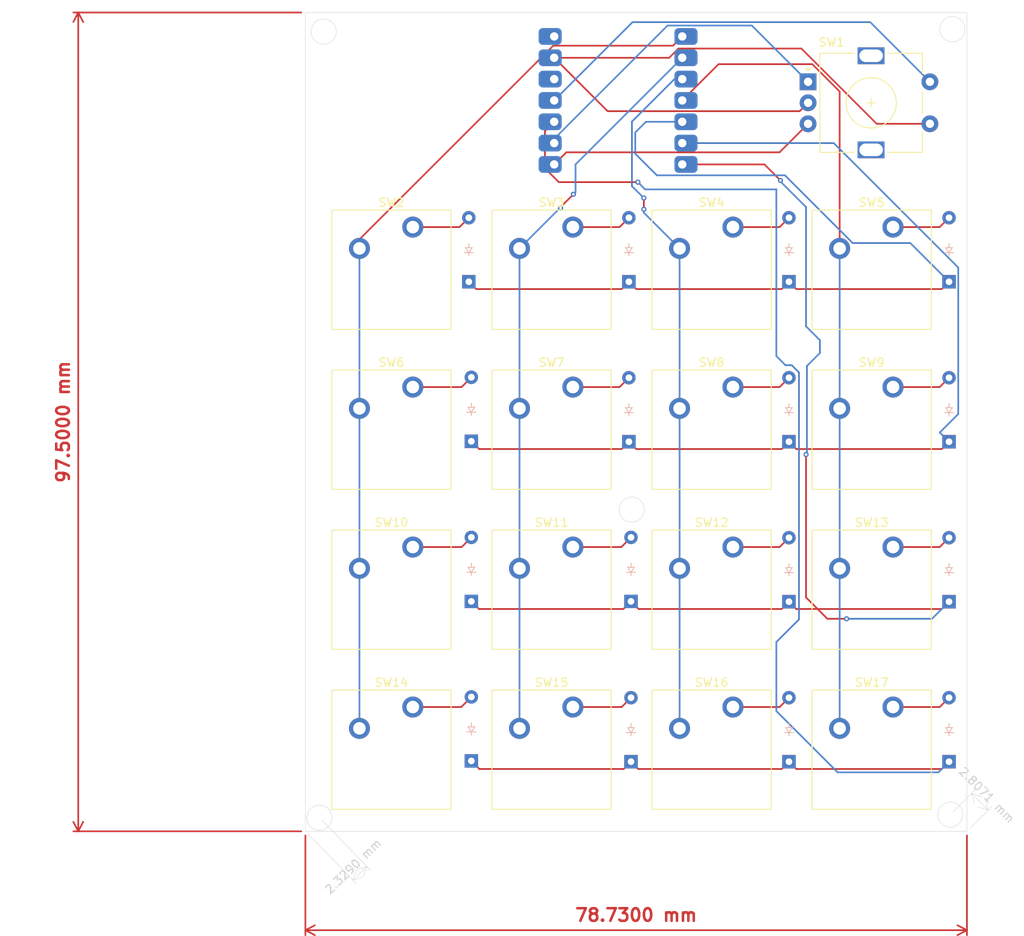
<source format=kicad_pcb>
(kicad_pcb (version 20240108) (generator "pcbnew") (generator_version "8.0")
  (layers (0 "F.Cu" signal) (31 "B.Cu" signal) (34 "B.Paste" user) (35 "F.Paste" user) (36 "B.SilkS" user "B.Silkscreen") (37 "F.SilkS" user "F.Silkscreen") (38 "B.Mask" user) (39 "F.Mask" user) (44 "Edge.Cuts" user))
  (net 0 "")
  (net 1 "Row 0")
  (net 2 "Net-(D1-A)")
  (net 3 "Net-(D2-A)")
  (net 4 "Net-(D3-A)")
  (net 5 "Net-(D4-A)")
  (net 6 "Row 1")
  (net 7 "Net-(D5-A)")
  (net 8 "Net-(D6-A)")
  (net 9 "Net-(D7-A)")
  (net 10 "Net-(D8-A)")
  (net 11 "Row 2")
  (net 12 "Net-(D9-A)")
  (net 13 "Net-(D10-A)")
  (net 14 "Net-(D11-A)")
  (net 15 "Net-(D12-A)")
  (net 16 "Net-(D13-A)")
  (net 17 "Row 3")
  (net 18 "Net-(D14-A)")
  (net 19 "Net-(D15-A)")
  (net 20 "Net-(D16-A)")
  (net 21 "Col 3")
  (net 22 "Col 1")
  (net 23 "Col 0")
  (net 24 "3V3")
  (net 25 "5V")
  (net 26 "GND")
  (net 27 "Col 2")
  (net 28 "Net-(U1-PB09_A7_D7_RX)")
  (net 29 "Net-(U1-PA6_A10_D10_MOSI)")
  (net 30 "Net-(U1-PA7_A8_D8_SCK)")
  (footprint "Rotary_Encoder:RotaryEncoder_Alps_EC11E-Switch_Vertical_H20mm" (layer "F.Cu") (at 116.575 75.25)
    (property "Reference" "SW1" (at 2.8 -4.7 0) (layer "F.SilkS"))
    (property "Value" "RotaryEncoder_Switch")
    (pad "A" thru_hole rect (at 0 0) (size 2 2) (drill 1) (layers "*.Cu" "*.Mask") (net 30 "Net-(U1-PA7_A8_D8_SCK)"))
    (pad "B" thru_hole circle (at 0 5) (size 2 2) (drill 1) (layers "*.Cu" "*.Mask") (net 28 "Net-(U1-PB09_A7_D7_RX)"))
    (pad "C" thru_hole circle (at 0 2.5) (size 2 2) (drill 1) (layers "*.Cu" "*.Mask") (net 26 "GND"))
    (pad "MP" thru_hole rect (at 7.5 -3.1) (size 3.2 2) (drill oval 2.8 1.5) (layers "*.Cu" "*.Mask"))
    (pad "MP" thru_hole rect (at 7.5 8.1) (size 3.2 2) (drill oval 2.8 1.5) (layers "*.Cu" "*.Mask"))
    (pad "S1" thru_hole circle (at 14.5 5) (size 2 2) (drill 1) (layers "*.Cu" "*.Mask") (net 26 "GND"))
    (pad "S2" thru_hole circle (at 14.5 0) (size 2 2) (drill 1) (layers "*.Cu" "*.Mask") (net 29 "Net-(U1-PA6_A10_D10_MOSI)"))
  )
  (footprint "ScottoKeebs_MX:MX_PCB_1.00u" (layer "F.Cu") (at 86.0425 97.63125)
    (property "Reference" "SW3" (at 0 -8 0) (layer "F.SilkS"))
    (property "Value" "SW_Push_45deg")
    (pad "" np_thru_hole circle (at -5.08 0) (size 1.75 1.75) (drill 1.75) (layers "*.Cu" "*.Mask"))
    (pad "" np_thru_hole circle (at 0 0) (size 4 4) (drill 4) (layers "*.Cu" "*.Mask"))
    (pad "" np_thru_hole circle (at 5.08 0) (size 1.75 1.75) (drill 1.75) (layers "*.Cu" "*.Mask"))
    (pad "1" thru_hole circle (at -3.81 -2.54) (size 2.5 2.5) (drill 1.5) (layers "*.Cu" "*.Mask") (net 22 "Col 1"))
    (pad "2" thru_hole circle (at 2.54 -5.08) (size 2.5 2.5) (drill 1.5) (layers "*.Cu" "*.Mask") (net 3 "Net-(D2-A)"))
  )
  (footprint "ScottoKeebs_MX:MX_PCB_1.00u" (layer "F.Cu") (at 124.1425 116.68125)
    (property "Reference" "SW9" (at 0 -8 0) (layer "F.SilkS"))
    (property "Value" "SW_Push_45deg")
    (pad "" np_thru_hole circle (at -5.08 0) (size 1.75 1.75) (drill 1.75) (layers "*.Cu" "*.Mask"))
    (pad "" np_thru_hole circle (at 0 0) (size 4 4) (drill 4) (layers "*.Cu" "*.Mask"))
    (pad "" np_thru_hole circle (at 5.08 0) (size 1.75 1.75) (drill 1.75) (layers "*.Cu" "*.Mask"))
    (pad "1" thru_hole circle (at -3.81 -2.54) (size 2.5 2.5) (drill 1.5) (layers "*.Cu" "*.Mask") (net 21 "Col 3"))
    (pad "2" thru_hole circle (at 2.54 -5.08) (size 2.5 2.5) (drill 1.5) (layers "*.Cu" "*.Mask") (net 10 "Net-(D8-A)"))
  )
  (footprint "ScottoKeebs_MX:MX_PCB_1.00u" (layer "F.Cu") (at 86.0425 135.73125)
    (property "Reference" "SW11" (at 0 -8 0) (layer "F.SilkS"))
    (property "Value" "SW_Push_45deg")
    (pad "" np_thru_hole circle (at -5.08 0) (size 1.75 1.75) (drill 1.75) (layers "*.Cu" "*.Mask"))
    (pad "" np_thru_hole circle (at 0 0) (size 4 4) (drill 4) (layers "*.Cu" "*.Mask"))
    (pad "" np_thru_hole circle (at 5.08 0) (size 1.75 1.75) (drill 1.75) (layers "*.Cu" "*.Mask"))
    (pad "1" thru_hole circle (at -3.81 -2.54) (size 2.5 2.5) (drill 1.5) (layers "*.Cu" "*.Mask") (net 22 "Col 1"))
    (pad "2" thru_hole circle (at 2.54 -5.08) (size 2.5 2.5) (drill 1.5) (layers "*.Cu" "*.Mask") (net 13 "Net-(D10-A)"))
  )
  (footprint "ScottoKeebs_MX:MX_PCB_1.00u" (layer "F.Cu") (at 105.0925 135.73125)
    (property "Reference" "SW12" (at 0 -8 0) (layer "F.SilkS"))
    (property "Value" "SW_Push_45deg")
    (pad "" np_thru_hole circle (at -5.08 0) (size 1.75 1.75) (drill 1.75) (layers "*.Cu" "*.Mask"))
    (pad "" np_thru_hole circle (at 0 0) (size 4 4) (drill 4) (layers "*.Cu" "*.Mask"))
    (pad "" np_thru_hole circle (at 5.08 0) (size 1.75 1.75) (drill 1.75) (layers "*.Cu" "*.Mask"))
    (pad "1" thru_hole circle (at -3.81 -2.54) (size 2.5 2.5) (drill 1.5) (layers "*.Cu" "*.Mask") (net 27 "Col 2"))
    (pad "2" thru_hole circle (at 2.54 -5.08) (size 2.5 2.5) (drill 1.5) (layers "*.Cu" "*.Mask") (net 14 "Net-(D11-A)"))
  )
  (footprint "ScottoKeebs_MX:MX_PCB_1.00u" (layer "F.Cu") (at 86.0425 154.78125)
    (property "Reference" "SW15" (at 0 -8 0) (layer "F.SilkS"))
    (property "Value" "SW_Push_45deg")
    (pad "" np_thru_hole circle (at -5.08 0) (size 1.75 1.75) (drill 1.75) (layers "*.Cu" "*.Mask"))
    (pad "" np_thru_hole circle (at 0 0) (size 4 4) (drill 4) (layers "*.Cu" "*.Mask"))
    (pad "" np_thru_hole circle (at 5.08 0) (size 1.75 1.75) (drill 1.75) (layers "*.Cu" "*.Mask"))
    (pad "1" thru_hole circle (at -3.81 -2.54) (size 2.5 2.5) (drill 1.5) (layers "*.Cu" "*.Mask") (net 22 "Col 1"))
    (pad "2" thru_hole circle (at 2.54 -5.08) (size 2.5 2.5) (drill 1.5) (layers "*.Cu" "*.Mask") (net 18 "Net-(D14-A)"))
  )
  (footprint "ScottoKeebs_MX:MX_PCB_1.00u" (layer "F.Cu") (at 66.9925 97.63125)
    (property "Reference" "SW2" (at 0 -8 0) (layer "F.SilkS"))
    (property "Value" "SW_Push_45deg")
    (pad "" np_thru_hole circle (at -5.08 0) (size 1.75 1.75) (drill 1.75) (layers "*.Cu" "*.Mask"))
    (pad "" np_thru_hole circle (at 0 0) (size 4 4) (drill 4) (layers "*.Cu" "*.Mask"))
    (pad "" np_thru_hole circle (at 5.08 0) (size 1.75 1.75) (drill 1.75) (layers "*.Cu" "*.Mask"))
    (pad "1" thru_hole circle (at -3.81 -2.54) (size 2.5 2.5) (drill 1.5) (layers "*.Cu" "*.Mask") (net 23 "Col 0"))
    (pad "2" thru_hole circle (at 2.54 -5.08) (size 2.5 2.5) (drill 1.5) (layers "*.Cu" "*.Mask") (net 2 "Net-(D1-A)"))
  )
  (footprint "ScottoKeebs_MX:MX_PCB_1.00u" (layer "F.Cu") (at 86.0425 116.68125)
    (property "Reference" "SW7" (at 0 -8 0) (layer "F.SilkS"))
    (property "Value" "SW_Push_45deg")
    (pad "" np_thru_hole circle (at -5.08 0) (size 1.75 1.75) (drill 1.75) (layers "*.Cu" "*.Mask"))
    (pad "" np_thru_hole circle (at 0 0) (size 4 4) (drill 4) (layers "*.Cu" "*.Mask"))
    (pad "" np_thru_hole circle (at 5.08 0) (size 1.75 1.75) (drill 1.75) (layers "*.Cu" "*.Mask"))
    (pad "1" thru_hole circle (at -3.81 -2.54) (size 2.5 2.5) (drill 1.5) (layers "*.Cu" "*.Mask") (net 22 "Col 1"))
    (pad "2" thru_hole circle (at 2.54 -5.08) (size 2.5 2.5) (drill 1.5) (layers "*.Cu" "*.Mask") (net 8 "Net-(D6-A)"))
  )
  (footprint "ScottoKeebs_MX:MX_PCB_1.00u" (layer "F.Cu") (at 105.0925 97.63125)
    (property "Reference" "SW4" (at 0 -8 0) (layer "F.SilkS"))
    (property "Value" "SW_Push_45deg")
    (pad "" np_thru_hole circle (at -5.08 0) (size 1.75 1.75) (drill 1.75) (layers "*.Cu" "*.Mask"))
    (pad "" np_thru_hole circle (at 0 0) (size 4 4) (drill 4) (layers "*.Cu" "*.Mask"))
    (pad "" np_thru_hole circle (at 5.08 0) (size 1.75 1.75) (drill 1.75) (layers "*.Cu" "*.Mask"))
    (pad "1" thru_hole circle (at -3.81 -2.54) (size 2.5 2.5) (drill 1.5) (layers "*.Cu" "*.Mask") (net 27 "Col 2"))
    (pad "2" thru_hole circle (at 2.54 -5.08) (size 2.5 2.5) (drill 1.5) (layers "*.Cu" "*.Mask") (net 4 "Net-(D3-A)"))
  )
  (footprint "ScottoKeebs_MX:MX_PCB_1.00u" (layer "F.Cu") (at 66.9925 154.78125)
    (property "Reference" "SW14" (at 0 -8 0) (layer "F.SilkS"))
    (property "Value" "SW_Push_45deg")
    (pad "" np_thru_hole circle (at -5.08 0) (size 1.75 1.75) (drill 1.75) (layers "*.Cu" "*.Mask"))
    (pad "" np_thru_hole circle (at 0 0) (size 4 4) (drill 4) (layers "*.Cu" "*.Mask"))
    (pad "" np_thru_hole circle (at 5.08 0) (size 1.75 1.75) (drill 1.75) (layers "*.Cu" "*.Mask"))
    (pad "1" thru_hole circle (at -3.81 -2.54) (size 2.5 2.5) (drill 1.5) (layers "*.Cu" "*.Mask") (net 23 "Col 0"))
    (pad "2" thru_hole circle (at 2.54 -5.08) (size 2.5 2.5) (drill 1.5) (layers "*.Cu" "*.Mask") (net 16 "Net-(D13-A)"))
  )
  (footprint "ScottoKeebs_MX:MX_PCB_1.00u" (layer "F.Cu") (at 66.9925 116.68125)
    (property "Reference" "SW6" (at 0 -8 0) (layer "F.SilkS"))
    (property "Value" "SW_Push_45deg")
    (pad "" np_thru_hole circle (at -5.08 0) (size 1.75 1.75) (drill 1.75) (layers "*.Cu" "*.Mask"))
    (pad "" np_thru_hole circle (at 0 0) (size 4 4) (drill 4) (layers "*.Cu" "*.Mask"))
    (pad "" np_thru_hole circle (at 5.08 0) (size 1.75 1.75) (drill 1.75) (layers "*.Cu" "*.Mask"))
    (pad "1" thru_hole circle (at -3.81 -2.54) (size 2.5 2.5) (drill 1.5) (layers "*.Cu" "*.Mask") (net 23 "Col 0"))
    (pad "2" thru_hole circle (at 2.54 -5.08) (size 2.5 2.5) (drill 1.5) (layers "*.Cu" "*.Mask") (net 7 "Net-(D5-A)"))
  )
  (footprint "ScottoKeebs_MX:MX_PCB_1.00u" (layer "F.Cu") (at 124.1425 97.63125)
    (property "Reference" "SW5" (at 0 -8 0) (layer "F.SilkS"))
    (property "Value" "SW_Push_45deg")
    (pad "" np_thru_hole circle (at -5.08 0) (size 1.75 1.75) (drill 1.75) (layers "*.Cu" "*.Mask"))
    (pad "" np_thru_hole circle (at 0 0) (size 4 4) (drill 4) (layers "*.Cu" "*.Mask"))
    (pad "" np_thru_hole circle (at 5.08 0) (size 1.75 1.75) (drill 1.75) (layers "*.Cu" "*.Mask"))
    (pad "1" thru_hole circle (at -3.81 -2.54) (size 2.5 2.5) (drill 1.5) (layers "*.Cu" "*.Mask") (net 21 "Col 3"))
    (pad "2" thru_hole circle (at 2.54 -5.08) (size 2.5 2.5) (drill 1.5) (layers "*.Cu" "*.Mask") (net 5 "Net-(D4-A)"))
  )
  (footprint "ScottoKeebs_MX:MX_PCB_1.00u" (layer "F.Cu") (at 105.0925 154.78125)
    (property "Reference" "SW16" (at 0 -8 0) (layer "F.SilkS"))
    (property "Value" "SW_Push_45deg")
    (pad "" np_thru_hole circle (at -5.08 0) (size 1.75 1.75) (drill 1.75) (layers "*.Cu" "*.Mask"))
    (pad "" np_thru_hole circle (at 0 0) (size 4 4) (drill 4) (layers "*.Cu" "*.Mask"))
    (pad "" np_thru_hole circle (at 5.08 0) (size 1.75 1.75) (drill 1.75) (layers "*.Cu" "*.Mask"))
    (pad "1" thru_hole circle (at -3.81 -2.54) (size 2.5 2.5) (drill 1.5) (layers "*.Cu" "*.Mask") (net 27 "Col 2"))
    (pad "2" thru_hole circle (at 2.54 -5.08) (size 2.5 2.5) (drill 1.5) (layers "*.Cu" "*.Mask") (net 19 "Net-(D15-A)"))
  )
  (footprint "ScottoKeebs_MX:MX_PCB_1.00u" (layer "F.Cu") (at 124.1425 135.73125)
    (property "Reference" "SW13" (at 0 -8 0) (layer "F.SilkS"))
    (property "Value" "SW_Push_45deg")
    (pad "" np_thru_hole circle (at -5.08 0) (size 1.75 1.75) (drill 1.75) (layers "*.Cu" "*.Mask"))
    (pad "" np_thru_hole circle (at 0 0) (size 4 4) (drill 4) (layers "*.Cu" "*.Mask"))
    (pad "" np_thru_hole circle (at 5.08 0) (size 1.75 1.75) (drill 1.75) (layers "*.Cu" "*.Mask"))
    (pad "1" thru_hole circle (at -3.81 -2.54) (size 2.5 2.5) (drill 1.5) (layers "*.Cu" "*.Mask") (net 21 "Col 3"))
    (pad "2" thru_hole circle (at 2.54 -5.08) (size 2.5 2.5) (drill 1.5) (layers "*.Cu" "*.Mask") (net 15 "Net-(D12-A)"))
  )
  (footprint "ScottoKeebs_MX:MX_PCB_1.00u" (layer "F.Cu") (at 66.9925 135.73125)
    (property "Reference" "SW10" (at 0 -8 0) (layer "F.SilkS"))
    (property "Value" "SW_Push_45deg")
    (pad "" np_thru_hole circle (at -5.08 0) (size 1.75 1.75) (drill 1.75) (layers "*.Cu" "*.Mask"))
    (pad "" np_thru_hole circle (at 0 0) (size 4 4) (drill 4) (layers "*.Cu" "*.Mask"))
    (pad "" np_thru_hole circle (at 5.08 0) (size 1.75 1.75) (drill 1.75) (layers "*.Cu" "*.Mask"))
    (pad "1" thru_hole circle (at -3.81 -2.54) (size 2.5 2.5) (drill 1.5) (layers "*.Cu" "*.Mask") (net 23 "Col 0"))
    (pad "2" thru_hole circle (at 2.54 -5.08) (size 2.5 2.5) (drill 1.5) (layers "*.Cu" "*.Mask") (net 12 "Net-(D9-A)"))
  )
  (footprint "ScottoKeebs_MX:MX_PCB_1.00u" (layer "F.Cu") (at 124.1425 154.78125)
    (property "Reference" "SW17" (at 0 -8 0) (layer "F.SilkS"))
    (property "Value" "SW_Push_45deg")
    (pad "" np_thru_hole circle (at -5.08 0) (size 1.75 1.75) (drill 1.75) (layers "*.Cu" "*.Mask"))
    (pad "" np_thru_hole circle (at 0 0) (size 4 4) (drill 4) (layers "*.Cu" "*.Mask"))
    (pad "" np_thru_hole circle (at 5.08 0) (size 1.75 1.75) (drill 1.75) (layers "*.Cu" "*.Mask"))
    (pad "1" thru_hole circle (at -3.81 -2.54) (size 2.5 2.5) (drill 1.5) (layers "*.Cu" "*.Mask") (net 21 "Col 3"))
    (pad "2" thru_hole circle (at 2.54 -5.08) (size 2.5 2.5) (drill 1.5) (layers "*.Cu" "*.Mask") (net 20 "Net-(D16-A)"))
  )
  (footprint "ScottoKeebs_MX:MX_PCB_1.00u" (layer "F.Cu") (at 105.0925 116.68125)
    (property "Reference" "SW8" (at 0 -8 0) (layer "F.SilkS"))
    (property "Value" "SW_Push_45deg")
    (pad "" np_thru_hole circle (at -5.08 0) (size 1.75 1.75) (drill 1.75) (layers "*.Cu" "*.Mask"))
    (pad "" np_thru_hole circle (at 0 0) (size 4 4) (drill 4) (layers "*.Cu" "*.Mask"))
    (pad "" np_thru_hole circle (at 5.08 0) (size 1.75 1.75) (drill 1.75) (layers "*.Cu" "*.Mask"))
    (pad "1" thru_hole circle (at -3.81 -2.54) (size 2.5 2.5) (drill 1.5) (layers "*.Cu" "*.Mask") (net 27 "Col 2"))
    (pad "2" thru_hole circle (at 2.54 -5.08) (size 2.5 2.5) (drill 1.5) (layers "*.Cu" "*.Mask") (net 9 "Net-(D7-A)"))
  )
  (footprint "ScottoKeebs_Components:Diode_DO-35" (layer "B.Cu") (at 114.3 156.21 90)
    (property "Reference" "D15" (hide yes))
    (property "Value" "Diode" (hide yes))
    (pad "1" thru_hole rect (at 0 0 90) (size 1.6 1.6) (drill 0.8) (layers "*.Cu" "*.Mask") (net 17 "Row 3"))
    (pad "2" thru_hole oval (at 7.62 0 90) (size 1.6 1.6) (drill 0.8) (layers "*.Cu" "*.Mask") (net 19 "Net-(D15-A)"))
  )
  (footprint "ScottoKeebs_Components:Diode_DO-35" (layer "B.Cu") (at 76.2 99.06 90)
    (property "Reference" "D1" (hide yes))
    (property "Value" "Diode" (hide yes))
    (pad "1" thru_hole rect (at 0 0 90) (size 1.6 1.6) (drill 0.8) (layers "*.Cu" "*.Mask") (net 1 "Row 0"))
    (pad "2" thru_hole oval (at 7.62 0 90) (size 1.6 1.6) (drill 0.8) (layers "*.Cu" "*.Mask") (net 2 "Net-(D1-A)"))
  )
  (footprint "ScottoKeebs_Components:Diode_DO-35" (layer "B.Cu") (at 95.5 137.12 90)
    (property "Reference" "D10" (hide yes))
    (property "Value" "Diode" (hide yes))
    (pad "1" thru_hole rect (at 0 0 90) (size 1.6 1.6) (drill 0.8) (layers "*.Cu" "*.Mask") (net 11 "Row 2"))
    (pad "2" thru_hole oval (at 7.62 0 90) (size 1.6 1.6) (drill 0.8) (layers "*.Cu" "*.Mask") (net 13 "Net-(D10-A)"))
  )
  (footprint "ScottoKeebs_Components:Diode_DO-35" (layer "B.Cu") (at 114.3 99.06 90)
    (property "Reference" "D3" (hide yes))
    (property "Value" "Diode" (hide yes))
    (pad "1" thru_hole rect (at 0 0 90) (size 1.6 1.6) (drill 0.8) (layers "*.Cu" "*.Mask") (net 1 "Row 0"))
    (pad "2" thru_hole oval (at 7.62 0 90) (size 1.6 1.6) (drill 0.8) (layers "*.Cu" "*.Mask") (net 4 "Net-(D3-A)"))
  )
  (footprint "ScottoKeebs_Components:Diode_DO-35" (layer "B.Cu") (at 76.5 118.06 90)
    (property "Reference" "D5" (hide yes))
    (property "Value" "Diode" (hide yes))
    (pad "1" thru_hole rect (at 0 0 90) (size 1.6 1.6) (drill 0.8) (layers "*.Cu" "*.Mask") (net 6 "Row 1"))
    (pad "2" thru_hole oval (at 7.62 0 90) (size 1.6 1.6) (drill 0.8) (layers "*.Cu" "*.Mask") (net 7 "Net-(D5-A)"))
  )
  (footprint "ScottoKeebs_Components:Diode_DO-35" (layer "B.Cu") (at 133.35 118.11 90)
    (property "Reference" "D8" (hide yes))
    (property "Value" "Diode" (hide yes))
    (pad "1" thru_hole rect (at 0 0 90) (size 1.6 1.6) (drill 0.8) (layers "*.Cu" "*.Mask") (net 6 "Row 1"))
    (pad "2" thru_hole oval (at 7.62 0 90) (size 1.6 1.6) (drill 0.8) (layers "*.Cu" "*.Mask") (net 10 "Net-(D8-A)"))
  )
  (footprint "ScottoKeebs_Components:Diode_DO-35" (layer "B.Cu") (at 95.5 156.21 90)
    (property "Reference" "D14" (hide yes))
    (property "Value" "Diode" (hide yes))
    (pad "1" thru_hole rect (at 0 0 90) (size 1.6 1.6) (drill 0.8) (layers "*.Cu" "*.Mask") (net 17 "Row 3"))
    (pad "2" thru_hole oval (at 7.62 0 90) (size 1.6 1.6) (drill 0.8) (layers "*.Cu" "*.Mask") (net 18 "Net-(D14-A)"))
  )
  (footprint "ScottoKeebs_Components:Diode_DO-35" (layer "B.Cu") (at 133.35 156.21 90)
    (property "Reference" "D16" (hide yes))
    (property "Value" "Diode" (hide yes))
    (pad "1" thru_hole rect (at 0 0 90) (size 1.6 1.6) (drill 0.8) (layers "*.Cu" "*.Mask") (net 17 "Row 3"))
    (pad "2" thru_hole oval (at 7.62 0 90) (size 1.6 1.6) (drill 0.8) (layers "*.Cu" "*.Mask") (net 20 "Net-(D16-A)"))
  )
  (footprint "ScottoKeebs_Components:Diode_DO-35" (layer "B.Cu") (at 114.3 118.11 90)
    (property "Reference" "D7" (hide yes))
    (property "Value" "Diode" (hide yes))
    (pad "1" thru_hole rect (at 0 0 90) (size 1.6 1.6) (drill 0.8) (layers "*.Cu" "*.Mask") (net 6 "Row 1"))
    (pad "2" thru_hole oval (at 7.62 0 90) (size 1.6 1.6) (drill 0.8) (layers "*.Cu" "*.Mask") (net 9 "Net-(D7-A)"))
  )
  (footprint "ScottoKeebs_Components:Diode_DO-35" (layer "B.Cu") (at 76.5 137.12 90)
    (property "Reference" "D9" (hide yes))
    (property "Value" "Diode" (hide yes))
    (pad "1" thru_hole rect (at 0 0 90) (size 1.6 1.6) (drill 0.8) (layers "*.Cu" "*.Mask") (net 11 "Row 2"))
    (pad "2" thru_hole oval (at 7.62 0 90) (size 1.6 1.6) (drill 0.8) (layers "*.Cu" "*.Mask") (net 12 "Net-(D9-A)"))
  )
  (footprint "ScottoKeebs_Components:Diode_DO-35" (layer "B.Cu") (at 76.5 156.12 90)
    (property "Reference" "D13" (hide yes))
    (property "Value" "Diode" (hide yes))
    (pad "1" thru_hole rect (at 0 0 90) (size 1.6 1.6) (drill 0.8) (layers "*.Cu" "*.Mask") (net 17 "Row 3"))
    (pad "2" thru_hole oval (at 7.62 0 90) (size 1.6 1.6) (drill 0.8) (layers "*.Cu" "*.Mask") (net 16 "Net-(D13-A)"))
  )
  (footprint "ScottoKeebs_Components:Diode_DO-35" (layer "B.Cu") (at 114.3 137.16 90)
    (property "Reference" "D11" (hide yes))
    (property "Value" "Diode" (hide yes))
    (pad "1" thru_hole rect (at 0 0 90) (size 1.6 1.6) (drill 0.8) (layers "*.Cu" "*.Mask") (net 11 "Row 2"))
    (pad "2" thru_hole oval (at 7.62 0 90) (size 1.6 1.6) (drill 0.8) (layers "*.Cu" "*.Mask") (net 14 "Net-(D11-A)"))
  )
  (footprint "ScottoKeebs_Components:Diode_DO-35" (layer "B.Cu") (at 95.25 118.11 90)
    (property "Reference" "D6" (hide yes))
    (property "Value" "Diode" (hide yes))
    (pad "1" thru_hole rect (at 0 0 90) (size 1.6 1.6) (drill 0.8) (layers "*.Cu" "*.Mask") (net 6 "Row 1"))
    (pad "2" thru_hole oval (at 7.62 0 90) (size 1.6 1.6) (drill 0.8) (layers "*.Cu" "*.Mask") (net 8 "Net-(D6-A)"))
  )
  (footprint "ScottoKeebs_Components:Diode_DO-35" (layer "B.Cu") (at 133.35 99.06 90)
    (property "Reference" "D4" (hide yes))
    (property "Value" "Diode" (hide yes))
    (pad "1" thru_hole rect (at 0 0 90) (size 1.6 1.6) (drill 0.8) (layers "*.Cu" "*.Mask") (net 1 "Row 0"))
    (pad "2" thru_hole oval (at 7.62 0 90) (size 1.6 1.6) (drill 0.8) (layers "*.Cu" "*.Mask") (net 5 "Net-(D4-A)"))
  )
  (footprint "ScottoKeebs_MCU:Seeed_XIAO_RP2040" (layer "B.Cu") (at 93.98 77.47 180)
    (property "Reference" "U1" (hide yes))
    (property "Value" "MCU_Seeed_XIAO_RP2040")
    (pad "1" smd roundrect (at -8.065 7.62 180) (size 2.75 2) (layers "B.Cu" "B.Paste" "B.Mask") (net 23 "Col 0"))
    (pad "1" thru_hole rect (at -7.62 7.62 90) (size 1.6 1.6) (drill 1) (layers "*.Cu" "*.Mask") (net 23 "Col 0"))
    (pad "2" smd roundrect (at -8.065 5.08 180) (size 2.75 2) (layers "B.Cu" "B.Paste" "B.Mask") (net 22 "Col 1"))
    (pad "2" thru_hole circle (at -7.62 5.08 90) (size 1.6 1.6) (drill 1) (layers "*.Cu" "*.Mask") (net 22 "Col 1"))
    (pad "3" smd roundrect (at -8.065 2.54 180) (size 2.75 2) (layers "B.Cu" "B.Paste" "B.Mask") (net 27 "Col 2"))
    (pad "3" thru_hole circle (at -7.62 2.54 90) (size 1.6 1.6) (drill 1) (layers "*.Cu" "*.Mask") (net 27 "Col 2"))
    (pad "4" smd roundrect (at -8.065 0 180) (size 2.75 2) (layers "B.Cu" "B.Paste" "B.Mask") (net 21 "Col 3"))
    (pad "4" thru_hole circle (at -7.62 0 90) (size 1.6 1.6) (drill 1) (layers "*.Cu" "*.Mask") (net 21 "Col 3"))
    (pad "5" smd roundrect (at -8.065 -2.54 180) (size 2.75 2) (layers "B.Cu" "B.Paste" "B.Mask") (net 1 "Row 0"))
    (pad "5" thru_hole circle (at -7.62 -2.54 90) (size 1.6 1.6) (drill 1) (layers "*.Cu" "*.Mask") (net 1 "Row 0"))
    (pad "6" smd roundrect (at -8.065 -5.08 180) (size 2.75 2) (layers "B.Cu" "B.Paste" "B.Mask") (net 6 "Row 1"))
    (pad "6" thru_hole circle (at -7.62 -5.08 90) (size 1.6 1.6) (drill 1) (layers "*.Cu" "*.Mask") (net 6 "Row 1"))
    (pad "7" smd roundrect (at -8.065 -7.62 180) (size 2.75 2) (layers "B.Cu" "B.Paste" "B.Mask") (net 11 "Row 2"))
    (pad "7" thru_hole circle (at -7.62 -7.62 90) (size 1.6 1.6) (drill 1) (layers "*.Cu" "*.Mask") (net 11 "Row 2"))
    (pad "8" thru_hole circle (at 7.62 -7.62 90) (size 1.6 1.6) (drill 1) (layers "*.Cu" "*.Mask") (net 28 "Net-(U1-PB09_A7_D7_RX)"))
    (pad "8" smd roundrect (at 8.1 -7.62 180) (size 2.75 2) (layers "B.Cu" "B.Paste" "B.Mask") (net 28 "Net-(U1-PB09_A7_D7_RX)"))
    (pad "9" thru_hole circle (at 7.62 -5.08 90) (size 1.6 1.6) (drill 1) (layers "*.Cu" "*.Mask") (net 30 "Net-(U1-PA7_A8_D8_SCK)"))
    (pad "9" smd roundrect (at 8.1 -5.08 180) (size 2.75 2) (layers "B.Cu" "B.Paste" "B.Mask") (net 30 "Net-(U1-PA7_A8_D8_SCK)"))
    (pad "10" thru_hole circle (at 7.62 -2.54 90) (size 1.6 1.6) (drill 1) (layers "*.Cu" "*.Mask") (net 17 "Row 3"))
    (pad "10" smd roundrect (at 8.1 -2.54 180) (size 2.75 2) (layers "B.Cu" "B.Paste" "B.Mask") (net 17 "Row 3"))
    (pad "11" thru_hole circle (at 7.62 0 90) (size 1.6 1.6) (drill 1) (layers "*.Cu" "*.Mask") (net 29 "Net-(U1-PA6_A10_D10_MOSI)"))
    (pad "11" smd roundrect (at 8.1 0 180) (size 2.75 2) (layers "B.Cu" "B.Paste" "B.Mask") (net 29 "Net-(U1-PA6_A10_D10_MOSI)"))
    (pad "12" thru_hole circle (at 7.62 2.54 90) (size 1.6 1.6) (drill 1) (layers "*.Cu" "*.Mask") (net 24 "3V3"))
    (pad "12" smd roundrect (at 8.1 2.54 180) (size 2.75 2) (layers "B.Cu" "B.Paste" "B.Mask") (net 24 "3V3"))
    (pad "13" thru_hole circle (at 7.62 5.08 90) (size 1.6 1.6) (drill 1) (layers "*.Cu" "*.Mask") (net 26 "GND"))
    (pad "13" smd roundrect (at 8.1 5.08 180) (size 2.75 2) (layers "B.Cu" "B.Paste" "B.Mask") (net 26 "GND"))
    (pad "14" thru_hole circle (at 7.62 7.62 90) (size 1.6 1.6) (drill 1) (layers "*.Cu" "*.Mask") (net 25 "5V"))
    (pad "14" smd roundrect (at 8.1 7.62 180) (size 2.75 2) (layers "B.Cu" "B.Paste" "B.Mask") (net 25 "5V"))
  )
  (footprint "ScottoKeebs_Components:Diode_DO-35" (layer "B.Cu") (at 95.25 99.06 90)
    (property "Reference" "D2" (hide yes))
    (property "Value" "Diode" (hide yes))
    (pad "1" thru_hole rect (at 0 0 90) (size 1.6 1.6) (drill 0.8) (layers "*.Cu" "*.Mask") (net 1 "Row 0"))
    (pad "2" thru_hole oval (at 7.62 0 90) (size 1.6 1.6) (drill 0.8) (layers "*.Cu" "*.Mask") (net 3 "Net-(D2-A)"))
  )
  (footprint "ScottoKeebs_Components:Diode_DO-35" (layer "B.Cu") (at 133.35 137.16 90)
    (property "Reference" "D12" (hide yes))
    (property "Value" "Diode" (hide yes))
    (pad "1" thru_hole rect (at 0 0 90) (size 1.6 1.6) (drill 0.8) (layers "*.Cu" "*.Mask") (net 11 "Row 2"))
    (pad "2" thru_hole oval (at 7.62 0 90) (size 1.6 1.6) (drill 0.8) (layers "*.Cu" "*.Mask") (net 15 "Net-(D12-A)"))
  )
  (gr_circle (center 133.501 162.5092) (end 135.001 162.5092) (stroke (width 0.05)) (fill none) (layer "Edge.Cuts"))
  (gr_circle (center 95.5802 126.1872) (end 97.0802 126.1872) (stroke (width 0.05)) (fill none) (layer "Edge.Cuts"))
  (gr_circle (center 58.42 162.876592) (end 59.92 162.876592) (stroke (width 0.05)) (fill none) (layer "Edge.Cuts"))
  (gr_circle (center 133.755 68.9864) (end 135.255 68.9864) (stroke (width 0.05)) (fill none) (layer "Edge.Cuts"))
  (gr_rect (start 56.75 67) (end 135.48 164.5) (stroke (width 0.05)) (fill none) (layer "Edge.Cuts"))
  (gr_circle (center 58.9266 69.2658) (end 60.4266 69.2658) (stroke (width 0.05)) (fill none) (layer "Edge.Cuts"))
  (dimension (type aligned) (layer "F.Cu") (pts (xy 56.75 164.5) (xy 135.48 164.5)) (height 11.775999) (gr_text "78.7300 mm" (at 96.115 174.475999 0) (layer "F.Cu") (effects (font (size 1.5 1.5) (thickness 0.3)))) (format (prefix "") (suffix "") (units 3) (units_format 1) (precision 4)) (style (thickness 0.2) (arrow_length 1.27) (text_position_mode 0) (extension_height 0.58642) (extension_offset 0.5) keep_text_aligned))
  (dimension (type aligned) (layer "F.Cu") (pts (xy 56.75 67) (xy 56.75 164.5)) (height 27.032) (gr_text "97.5000 mm" (at 27.918 115.75 90) (layer "F.Cu") (effects (font (size 1.5 1.5) (thickness 0.3)))) (format (prefix "") (suffix "") (units 3) (units_format 1) (precision 4)) (style (thickness 0.2) (arrow_length 1.27) (text_position_mode 0) (extension_height 0.58642) (extension_offset 0.5) keep_text_aligned))
  (dimension (type aligned) (layer "Edge.Cuts") (pts (xy 56.75 164.5) (xy 58.42 162.876592)) (height 8.111934) (gr_text "2.3290 mm" (at 62.437701 168.680271 44.18948794) (layer "Edge.Cuts") (effects (font (size 1 1) (thickness 0.15)))) (format (prefix "") (suffix "") (units 3) (units_format 1) (precision 4)) (style (thickness 0.05) (arrow_length 1.27) (text_position_mode 0) (extension_height 0.58642) (extension_offset 0.5) keep_text_aligned))
  (dimension (type aligned) (layer "Edge.Cuts") (pts (xy 135.48 164.5) (xy 133.501 162.5092)) (height 3.561926) (gr_text "2.8071 mm" (at 137.832223 160.182684 -45.17030788) (layer "Edge.Cuts") (effects (font (size 1 1) (thickness 0.15)))) (format (prefix "") (suffix "") (units 3) (units_format 1) (precision 4)) (style (thickness 0.05) (arrow_length 1.27) (text_position_mode 0) (extension_height 0.58642) (extension_offset 0.5) keep_text_aligned))
  (segment (start 77.07125 99.93125) (end 94.37875 99.93125) (width 0.2) (layer "F.Cu") (net 1))
  (segment (start 95.25 99.06) (end 96.12125 99.93125) (width 0.2) (layer "F.Cu") (net 1))
  (segment (start 115.17125 99.93125) (end 132.47875 99.93125) (width 0.2) (layer "F.Cu") (net 1))
  (segment (start 94.37875 99.93125) (end 95.25 99.06) (width 0.2) (layer "F.Cu") (net 1))
  (segment (start 132.47875 99.93125) (end 133.35 99.06) (width 0.2) (layer "F.Cu") (net 1))
  (segment (start 76.2 99.06) (end 77.07125 99.93125) (width 0.2) (layer "F.Cu") (net 1))
  (segment (start 113.42875 99.93125) (end 114.3 99.06) (width 0.2) (layer "F.Cu") (net 1))
  (segment (start 96.12125 99.93125) (end 113.42875 99.93125) (width 0.2) (layer "F.Cu") (net 1))
  (segment (start 114.3 99.06) (end 115.17125 99.93125) (width 0.2) (layer "F.Cu") (net 1))
  (segment (start 96.012 83.82) (end 96.012 81.28) (width 0.2) (layer "B.Cu") (net 1))
  (segment (start 133.35 99.06) (end 128.739218 94.449218) (width 0.2) (layer "B.Cu") (net 1))
  (segment (start 97.282 80.01) (end 101.6 80.01) (width 0.2) (layer "B.Cu") (net 1))
  (segment (start 128.739218 94.449218) (end 121.8825 94.449218) (width 0.2) (layer "B.Cu") (net 1))
  (segment (start 96.012 81.28) (end 97.282 80.01) (width 0.2) (layer "B.Cu") (net 1))
  (segment (start 113.823282 86.39) (end 98.582 86.39) (width 0.2) (layer "B.Cu") (net 1))
  (segment (start 121.8825 94.449218) (end 113.823282 86.39) (width 0.2) (layer "B.Cu") (net 1))
  (segment (start 98.582 86.39) (end 96.012 83.82) (width 0.2) (layer "B.Cu") (net 1))
  (segment (start 69.5325 92.55125) (end 75.08875 92.55125) (width 0.2) (layer "F.Cu") (net 2))
  (segment (start 75.08875 92.55125) (end 76.2 91.44) (width 0.2) (layer "F.Cu") (net 2))
  (segment (start 88.5825 92.55125) (end 94.13875 92.55125) (width 0.2) (layer "F.Cu") (net 3))
  (segment (start 94.13875 92.55125) (end 95.25 91.44) (width 0.2) (layer "F.Cu") (net 3))
  (segment (start 113.18875 92.55125) (end 114.3 91.44) (width 0.2) (layer "F.Cu") (net 4))
  (segment (start 107.6325 92.55125) (end 113.18875 92.55125) (width 0.2) (layer "F.Cu") (net 4))
  (segment (start 132.23875 92.55125) (end 133.35 91.44) (width 0.2) (layer "F.Cu") (net 5))
  (segment (start 126.6825 92.55125) (end 132.23875 92.55125) (width 0.2) (layer "F.Cu") (net 5))
  (segment (start 115.17125 118.98125) (end 132.47875 118.98125) (width 0.2) (layer "F.Cu") (net 6))
  (segment (start 95.25 118.11) (end 96.12125 118.98125) (width 0.2) (layer "F.Cu") (net 6))
  (segment (start 96.12125 118.98125) (end 113.42875 118.98125) (width 0.2) (layer "F.Cu") (net 6))
  (segment (start 94.37875 118.98125) (end 95.25 118.11) (width 0.2) (layer "F.Cu") (net 6))
  (segment (start 113.42875 118.98125) (end 114.3 118.11) (width 0.2) (layer "F.Cu") (net 6))
  (segment (start 114.3 118.11) (end 115.17125 118.98125) (width 0.2) (layer "F.Cu") (net 6))
  (segment (start 76.5 118.06) (end 77.42125 118.98125) (width 0.2) (layer "F.Cu") (net 6))
  (segment (start 77.42125 118.98125) (end 94.37875 118.98125) (width 0.2) (layer "F.Cu") (net 6))
  (segment (start 132.47875 118.98125) (end 133.35 118.11) (width 0.2) (layer "F.Cu") (net 6))
  (segment (start 134.45 97.366) (end 119.634 82.55) (width 0.2) (layer "B.Cu") (net 6))
  (segment (start 132.25 117.01) (end 134.45 114.81) (width 0.2) (layer "B.Cu") (net 6))
  (segment (start 134.45 114.81) (end 134.45 97.366) (width 0.2) (layer "B.Cu") (net 6))
  (segment (start 119.634 82.55) (end 101.6 82.55) (width 0.2) (layer "B.Cu") (net 6))
  (segment (start 133.35 118.11) (end 132.25 117.01) (width 0.2) (layer "B.Cu") (net 6))
  (segment (start 69.5325 111.60125) (end 75.33875 111.60125) (width 0.2) (layer "F.Cu") (net 7))
  (segment (start 75.33875 111.60125) (end 76.5 110.44) (width 0.2) (layer "F.Cu") (net 7))
  (segment (start 94.13875 111.60125) (end 95.25 110.49) (width 0.2) (layer "F.Cu") (net 8))
  (segment (start 88.5825 111.60125) (end 94.13875 111.60125) (width 0.2) (layer "F.Cu") (net 8))
  (segment (start 107.6325 111.60125) (end 113.18875 111.60125) (width 0.2) (layer "F.Cu") (net 9))
  (segment (start 113.18875 111.60125) (end 114.3 110.49) (width 0.2) (layer "F.Cu") (net 9))
  (segment (start 126.6825 111.60125) (end 132.23875 111.60125) (width 0.2) (layer "F.Cu") (net 10))
  (segment (start 132.23875 111.60125) (end 133.35 110.49) (width 0.2) (layer "F.Cu") (net 10))
  (segment (start 114.3 137.16) (end 115.17125 138.03125) (width 0.2) (layer "F.Cu") (net 11))
  (segment (start 77.41125 138.03125) (end 94.58875 138.03125) (width 0.2) (layer "F.Cu") (net 11))
  (segment (start 113.42875 138.03125) (end 114.3 137.16) (width 0.2) (layer "F.Cu") (net 11))
  (segment (start 111.384 85.09) (end 101.6 85.09) (width 0.2) (layer "F.Cu") (net 11))
  (segment (start 95.5 137.12) (end 96.41125 138.03125) (width 0.2) (layer "F.Cu") (net 11))
  (segment (start 113.284 86.99) (end 111.384 85.09) (width 0.2) (layer "F.Cu") (net 11))
  (segment (start 116.332 136.652) (end 116.332 119.634) (width 0.2) (layer "F.Cu") (net 11))
  (segment (start 96.41125 138.03125) (end 113.42875 138.03125) (width 0.2) (layer "F.Cu") (net 11))
  (segment (start 118.872 139.192) (end 116.332 136.652) (width 0.2) (layer "F.Cu") (net 11))
  (segment (start 115.17125 138.03125) (end 132.47875 138.03125) (width 0.2) (layer "F.Cu") (net 11))
  (segment (start 76.5 137.12) (end 77.41125 138.03125) (width 0.2) (layer "F.Cu") (net 11))
  (segment (start 121.158 139.192) (end 118.872 139.192) (width 0.2) (layer "F.Cu") (net 11))
  (segment (start 94.58875 138.03125) (end 95.5 137.12) (width 0.2) (layer "F.Cu") (net 11))
  (segment (start 132.47875 138.03125) (end 133.35 137.16) (width 0.2) (layer "F.Cu") (net 11))
  (via (at 121.158 139.192) (size 0.6) (drill 0.3) (layers "F.Cu" "B.Cu") (net 11))
  (via (at 116.332 119.634) (size 0.6) (drill 0.3) (layers "F.Cu" "B.Cu") (net 11))
  (via (at 113.284 86.99) (size 0.6) (drill 0.3) (layers "F.Cu" "B.Cu") (net 11))
  (segment (start 116.437743 119.528257) (end 116.437743 109.088857) (width 0.2) (layer "B.Cu") (net 11))
  (segment (start 116.437743 109.088857) (end 117.983 107.5436) (width 0.2) (layer "B.Cu") (net 11))
  (segment (start 116.332 104.3686) (end 116.332 90.17) (width 0.2) (layer "B.Cu") (net 11))
  (segment (start 116.332 119.634) (end 116.437743 119.528257) (width 0.2) (layer "B.Cu") (net 11))
  (segment (start 131.318 139.192) (end 121.158 139.192) (width 0.2) (layer "B.Cu") (net 11))
  (segment (start 116.332 90.17) (end 113.284 87.122) (width 0.2) (layer "B.Cu") (net 11))
  (segment (start 117.983 107.5436) (end 117.983 106.0196) (width 0.2) (layer "B.Cu") (net 11))
  (segment (start 113.284 87.122) (end 113.284 86.99) (width 0.2) (layer "B.Cu") (net 11))
  (segment (start 117.983 106.0196) (end 116.332 104.3686) (width 0.2) (layer "B.Cu") (net 11))
  (segment (start 133.35 137.16) (end 131.318 139.192) (width 0.2) (layer "B.Cu") (net 11))
  (segment (start 75.34875 130.65125) (end 76.5 129.5) (width 0.2) (layer "F.Cu") (net 12))
  (segment (start 69.5325 130.65125) (end 75.34875 130.65125) (width 0.2) (layer "F.Cu") (net 12))
  (segment (start 88.5825 130.65125) (end 94.34875 130.65125) (width 0.2) (layer "F.Cu") (net 13))
  (segment (start 94.34875 130.65125) (end 95.5 129.5) (width 0.2) (layer "F.Cu") (net 13))
  (segment (start 113.18875 130.65125) (end 114.3 129.54) (width 0.2) (layer "F.Cu") (net 14))
  (segment (start 107.6325 130.65125) (end 113.18875 130.65125) (width 0.2) (layer "F.Cu") (net 14))
  (segment (start 132.23875 130.65125) (end 133.35 129.54) (width 0.2) (layer "F.Cu") (net 15))
  (segment (start 126.6825 130.65125) (end 132.23875 130.65125) (width 0.2) (layer "F.Cu") (net 15))
  (segment (start 69.5325 149.70125) (end 75.29875 149.70125) (width 0.2) (layer "F.Cu") (net 16))
  (segment (start 75.29875 149.70125) (end 76.5 148.5) (width 0.2) (layer "F.Cu") (net 16))
  (segment (start 77.46125 157.08125) (end 94.62875 157.08125) (width 0.2) (layer "F.Cu") (net 17))
  (segment (start 95.5 156.21) (end 96.37125 157.08125) (width 0.2) (layer "F.Cu") (net 17))
  (segment (start 113.42875 157.08125) (end 114.3 156.21) (width 0.2) (layer "F.Cu") (net 17))
  (segment (start 94.62875 157.08125) (end 95.5 156.21) (width 0.2) (layer "F.Cu") (net 17))
  (segment (start 115.17125 157.08125) (end 114.3 156.21) (width 0.2) (layer "F.Cu") (net 17))
  (segment (start 76.5 156.12) (end 77.46125 157.08125) (width 0.2) (layer "F.Cu") (net 17))
  (segment (start 85.26 85.545635) (end 85.26 81.11) (width 0.2) (layer "F.Cu") (net 17))
  (segment (start 133.35 156.21) (end 132.47875 157.08125) (width 0.2) (layer "F.Cu") (net 17))
  (segment (start 132.47875 157.08125) (end 115.17125 157.08125) (width 0.2) (layer "F.Cu") (net 17))
  (segment (start 96.37125 157.08125) (end 113.42875 157.08125) (width 0.2) (layer "F.Cu") (net 17))
  (segment (start 86.912565 87.1982) (end 85.26 85.545635) (width 0.2) (layer "F.Cu") (net 17))
  (segment (start 85.26 81.11) (end 86.36 80.01) (width 0.2) (layer "F.Cu") (net 17))
  (segment (start 96.3168 87.1982) (end 86.912565 87.1982) (width 0.2) (layer "F.Cu") (net 17))
  (via (at 96.3168 87.1982) (size 0.6) (drill 0.3) (layers "F.Cu" "B.Cu") (net 17))
  (segment (start 112.802362 150.182813) (end 112.802362 141.959638) (width 0.2) (layer "B.Cu") (net 17))
  (segment (start 132.08 157.48) (end 120.099549 157.48) (width 0.2) (layer "B.Cu") (net 17))
  (segment (start 97.1804 88.0618) (end 96.3168 87.1982) (width 0.2) (layer "B.Cu") (net 17))
  (segment (start 133.35 156.21) (end 132.08 157.48) (width 0.2) (layer "B.Cu") (net 17))
  (segment (start 120.099549 157.48) (end 112.802362 150.182813) (width 0.2) (layer "B.Cu") (net 17))
  (segment (start 115.491007 109.857423) (end 114.6302 108.996616) (width 0.2) (layer "B.Cu") (net 17))
  (segment (start 112.802362 141.959638) (end 115.491007 139.270993) (width 0.2) (layer "B.Cu") (net 17))
  (segment (start 112.8014 107.914784) (end 112.8014 88.0618) (width 0.2) (layer "B.Cu") (net 17))
  (segment (start 113.883232 108.996616) (end 112.8014 107.914784) (width 0.2) (layer "B.Cu") (net 17))
  (segment (start 114.6302 108.996616) (end 113.883232 108.996616) (width 0.2) (layer "B.Cu") (net 17))
  (segment (start 115.491007 139.270993) (end 115.491007 109.857423) (width 0.2) (layer "B.Cu") (net 17))
  (segment (start 112.8014 88.0618) (end 97.1804 88.0618) (width 0.2) (layer "B.Cu") (net 17))
  (segment (start 88.5825 149.70125) (end 94.38875 149.70125) (width 0.2) (layer "F.Cu") (net 18))
  (segment (start 94.38875 149.70125) (end 95.5 148.59) (width 0.2) (layer "F.Cu") (net 18))
  (segment (start 107.6325 149.70125) (end 113.18875 149.70125) (width 0.2) (layer "F.Cu") (net 19))
  (segment (start 113.18875 149.70125) (end 114.3 148.59) (width 0.2) (layer "F.Cu") (net 19))
  (segment (start 126.6825 149.70125) (end 132.23875 149.70125) (width 0.2) (layer "F.Cu") (net 20))
  (segment (start 132.23875 149.70125) (end 133.35 148.59) (width 0.2) (layer "F.Cu") (net 20))
  (segment (start 117.077 73.152) (end 105.918 73.152) (width 0.2) (layer "F.Cu") (net 21))
  (segment (start 120.3325 76.4075) (end 117.077 73.152) (width 0.2) (layer "F.Cu") (net 21))
  (segment (start 120.3325 95.09125) (end 120.3325 76.4075) (width 0.2) (layer "F.Cu") (net 21))
  (segment (start 105.918 73.152) (end 101.6 77.47) (width 0.2) (layer "F.Cu") (net 21))
  (segment (start 120.3325 95.09125) (end 120.3325 152.24125) (width 0.2) (layer "B.Cu") (net 21))
  (segment (start 87.122 90.290843) (end 87.122 90.17) (width 0.2) (layer "F.Cu") (net 22))
  (segment (start 87.122 90.17) (end 88.646 88.646) (width 0.2) (layer "F.Cu") (net 22))
  (via (at 87.122 90.290843) (size 0.6) (drill 0.3) (layers "F.Cu" "B.Cu") (net 22))
  (via (at 88.646 88.646) (size 0.6) (drill 0.3) (layers "F.Cu" "B.Cu") (net 22))
  (segment (start 88.646 88.646) (end 88.9 88.392) (width 0.2) (layer "B.Cu") (net 22))
  (segment (start 88.9 88.392) (end 88.9 85.09) (width 0.2) (layer "B.Cu") (net 22))
  (segment (start 88.9 85.09) (end 101.6 72.39) (width 0.2) (layer "B.Cu") (net 22))
  (segment (start 87.032907 90.290843) (end 87.122 90.290843) (width 0.2) (layer "B.Cu") (net 22))
  (segment (start 82.2325 95.09125) (end 82.2325 152.24125) (width 0.2) (layer "B.Cu") (net 22))
  (segment (start 82.2325 95.09125) (end 87.032907 90.290843) (width 0.2) (layer "B.Cu") (net 22))
  (segment (start 100.5 70.95) (end 101.6 69.85) (width 0.2) (layer "F.Cu") (net 23))
  (segment (start 63.1825 94.011865) (end 86.244365 70.95) (width 0.2) (layer "F.Cu") (net 23))
  (segment (start 63.1825 95.09125) (end 63.1825 94.011865) (width 0.2) (layer "F.Cu") (net 23))
  (segment (start 86.244365 70.95) (end 100.5 70.95) (width 0.2) (layer "F.Cu") (net 23))
  (segment (start 63.1825 95.09125) (end 63.1825 152.24125) (width 0.2) (layer "B.Cu") (net 23))
  (segment (start 115.780686 71.29) (end 101.144365 71.29) (width 0.2) (layer "F.Cu") (net 26))
  (segment (start 116.575 77.75) (end 115.575 78.75) (width 0.2) (layer "F.Cu") (net 26))
  (segment (start 115.575 78.75) (end 92.72 78.75) (width 0.2) (layer "F.Cu") (net 26))
  (segment (start 131.075 80.25) (end 124.740686 80.25) (width 0.2) (layer "F.Cu") (net 26))
  (segment (start 92.72 78.75) (end 86.36 72.39) (width 0.2) (layer "F.Cu") (net 26))
  (segment (start 101.144365 71.29) (end 100.044365 72.39) (width 0.2) (layer "F.Cu") (net 26))
  (segment (start 100.044365 72.39) (end 86.36 72.39) (width 0.2) (layer "F.Cu") (net 26))
  (segment (start 124.740686 80.25) (end 115.780686 71.29) (width 0.2) (layer "F.Cu") (net 26))
  (segment (start 97.028 90.424) (end 97.028 89.090843) (width 0.2) (layer "F.Cu") (net 27))
  (via (at 97.028 89.090843) (size 0.6) (drill 0.3) (layers "F.Cu" "B.Cu") (net 27))
  (via (at 97.028 90.424) (size 0.6) (drill 0.3) (layers "F.Cu" "B.Cu") (net 27))
  (segment (start 101.2825 95.09125) (end 97.028 90.83675) (width 0.2) (layer "B.Cu") (net 27))
  (segment (start 97.028 90.83675) (end 97.028 90.424) (width 0.2) (layer "B.Cu") (net 27))
  (segment (start 101.2825 95.09125) (end 101.2825 152.24125) (width 0.2) (layer "B.Cu") (net 27))
  (segment (start 97.028 89.090843) (end 95.612 87.674843) (width 0.2) (layer "B.Cu") (net 27))
  (segment (start 95.612 79.988) (end 100.67 74.93) (width 0.2) (layer "B.Cu") (net 27))
  (segment (start 100.67 74.93) (end 101.6 74.93) (width 0.2) (layer "B.Cu") (net 27))
  (segment (start 95.612 87.674843) (end 95.612 79.988) (width 0.2) (layer "B.Cu") (net 27))
  (segment (start 87.8 83.65) (end 86.36 85.09) (width 0.2) (layer "F.Cu") (net 28))
  (segment (start 116.575 80.25) (end 113.175 83.65) (width 0.2) (layer "F.Cu") (net 28))
  (segment (start 113.175 83.65) (end 87.8 83.65) (width 0.2) (layer "F.Cu") (net 28))
  (segment (start 131.075 75.25) (end 123.975 68.15) (width 0.2) (layer "B.Cu") (net 29))
  (segment (start 123.975 68.15) (end 95.68 68.15) (width 0.2) (layer "B.Cu") (net 29))
  (segment (start 95.68 68.15) (end 86.36 77.47) (width 0.2) (layer "B.Cu") (net 29))
  (segment (start 116.575 75.25) (end 116.575 75.373642) (width 0.2) (layer "B.Cu") (net 30))
  (segment (start 109.875 68.55) (end 99.853642 68.55) (width 0.2) (layer "B.Cu") (net 30))
  (segment (start 116.575 75.25) (end 109.875 68.55) (width 0.2) (layer "B.Cu") (net 30))
  (segment (start 85.88 82.523642) (end 85.88 82.55) (width 0.2) (layer "B.Cu") (net 30))
  (segment (start 99.853642 68.55) (end 85.88 82.523642) (width 0.2) (layer "B.Cu") (net 30))
)
</source>
